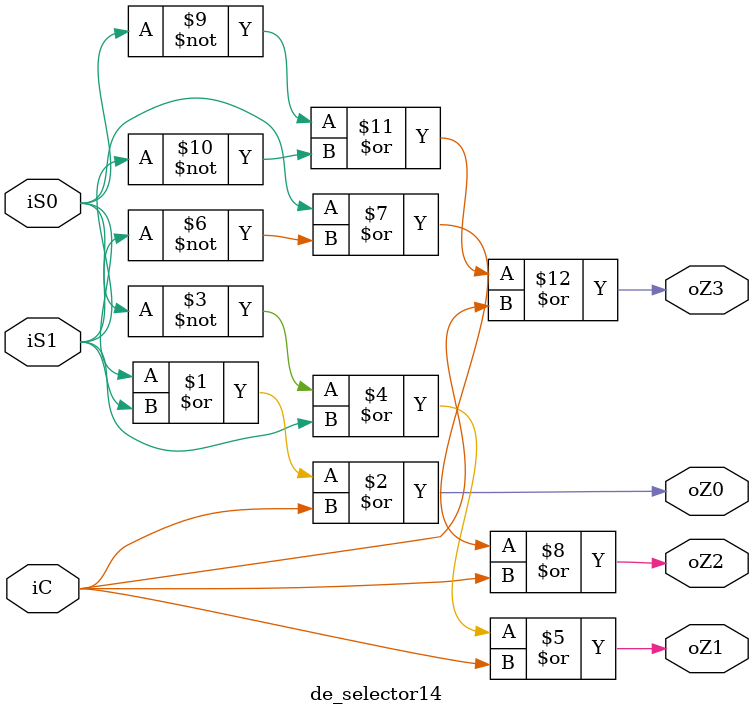
<source format=v>
`timescale 1ns / 1ps


module de_selector14(
    input iC,
    input iS1,
    input iS0,
    output oZ0,
    output oZ1,
    output oZ2,
    output oZ3
    );
    assign oZ0=iS0|iS1|iC;
    assign oZ1=~iS0|iS1|iC;
    assign oZ2=iS0|~iS1|iC;
    assign oZ3=~iS0|~iS1|iC;
endmodule

</source>
